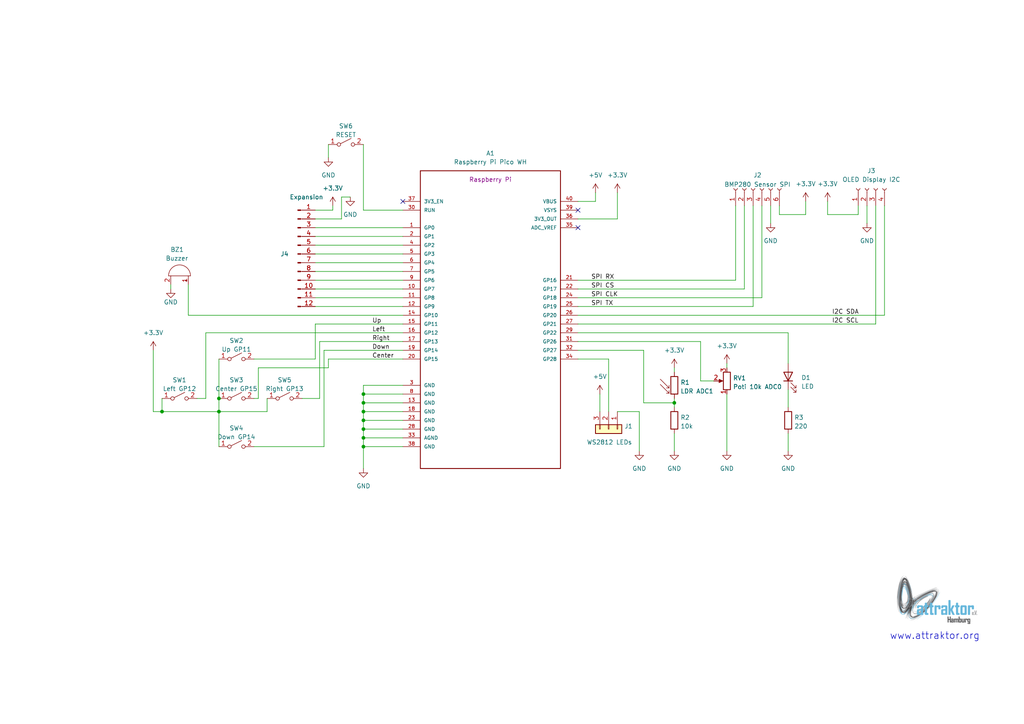
<source format=kicad_sch>
(kicad_sch (version 20230121) (generator eeschema)
  (paper "A4")
  (title_block (title "MicroPython Demoboard V1.0") (date "2023-11-06") (rev "1.0") (company "Attraktor e.V. - F. Hellmann"))
  (lib_symbols
    (symbol "Connector:Conn_01x04_Socket" (pin_names (offset 1.016) hide)
      (property "Reference" "J" (at 0 5.08 0))
      (property "Value" "Conn_01x04_Socket" (at 0 -7.62 0))
      (symbol "Conn_01x04_Socket_1_1"
        (arc (start 0 -4.572) (mid -0.5058 -5.08) (end 0 -5.588) (stroke (width 0.1524)))
        (arc (start 0 -2.032) (mid -0.5058 -2.54) (end 0 -3.048) (stroke (width 0.1524)))
        (polyline (pts (xy -1.27 -5.08) (xy -0.508 -5.08)) (stroke (width 0.1524)))
        (polyline (pts (xy -1.27 -2.54) (xy -0.508 -2.54)) (stroke (width 0.1524)))
        (polyline (pts (xy -1.27 0) (xy -0.508 0)) (stroke (width 0.1524)))
        (polyline (pts (xy -1.27 2.54) (xy -0.508 2.54)) (stroke (width 0.1524)))
        (arc (start 0 0.508) (mid -0.5058 0) (end 0 -0.508) (stroke (width 0.1524)))
        (arc (start 0 3.048) (mid -0.5058 2.54) (end 0 2.032) (stroke (width 0.1524)))
        (pin passive line (at -5.08 2.54 0) (length 3.81) (name "Pin_1") (number "1"))
        (pin passive line (at -5.08 0 0) (length 3.81) (name "Pin_2") (number "2"))
        (pin passive line (at -5.08 -2.54 0) (length 3.81) (name "Pin_3") (number "3"))
        (pin passive line (at -5.08 -5.08 0) (length 3.81) (name "Pin_4") (number "4"))
      )
    )
    (symbol "Connector:Conn_01x06_Socket" (pin_names (offset 1.016) hide)
      (property "Reference" "J" (at 0 7.62 0))
      (property "Value" "Conn_01x06_Socket" (at 0 -10.16 0))
      (symbol "Conn_01x06_Socket_1_1"
        (arc (start 0 -7.112) (mid -0.5058 -7.62) (end 0 -8.128) (stroke (width 0.1524)))
        (arc (start 0 -4.572) (mid -0.5058 -5.08) (end 0 -5.588) (stroke (width 0.1524)))
        (arc (start 0 -2.032) (mid -0.5058 -2.54) (end 0 -3.048) (stroke (width 0.1524)))
        (polyline (pts (xy -1.27 -7.62) (xy -0.508 -7.62)) (stroke (width 0.1524)))
        (polyline (pts (xy -1.27 -5.08) (xy -0.508 -5.08)) (stroke (width 0.1524)))
        (polyline (pts (xy -1.27 -2.54) (xy -0.508 -2.54)) (stroke (width 0.1524)))
        (polyline (pts (xy -1.27 0) (xy -0.508 0)) (stroke (width 0.1524)))
        (polyline (pts (xy -1.27 2.54) (xy -0.508 2.54)) (stroke (width 0.1524)))
        (polyline (pts (xy -1.27 5.08) (xy -0.508 5.08)) (stroke (width 0.1524)))
        (arc (start 0 0.508) (mid -0.5058 0) (end 0 -0.508) (stroke (width 0.1524)))
        (arc (start 0 3.048) (mid -0.5058 2.54) (end 0 2.032) (stroke (width 0.1524)))
        (arc (start 0 5.588) (mid -0.5058 5.08) (end 0 4.572) (stroke (width 0.1524)))
        (pin passive line (at -5.08 5.08 0) (length 3.81) (name "Pin_1") (number "1"))
        (pin passive line (at -5.08 2.54 0) (length 3.81) (name "Pin_2") (number "2"))
        (pin passive line (at -5.08 0 0) (length 3.81) (name "Pin_3") (number "3"))
        (pin passive line (at -5.08 -2.54 0) (length 3.81) (name "Pin_4") (number "4"))
        (pin passive line (at -5.08 -5.08 0) (length 3.81) (name "Pin_5") (number "5"))
        (pin passive line (at -5.08 -7.62 0) (length 3.81) (name "Pin_6") (number "6"))
      )
    )
    (symbol "Connector:Conn_01x12_Pin" (pin_names (offset 1.016) hide)
      (property "Reference" "J" (at 0 15.24 0))
      (property "Value" "Conn_01x12_Pin" (at 0 -17.78 0))
      (symbol "Conn_01x12_Pin_1_1"
        (polyline (pts (xy 1.27 -15.24) (xy 0.8636 -15.24)) (stroke (width 0.1524)))
        (polyline (pts (xy 1.27 -12.7) (xy 0.8636 -12.7)) (stroke (width 0.1524)))
        (polyline (pts (xy 1.27 -10.16) (xy 0.8636 -10.16)) (stroke (width 0.1524)))
        (polyline (pts (xy 1.27 -7.62) (xy 0.8636 -7.62)) (stroke (width 0.1524)))
        (polyline (pts (xy 1.27 -5.08) (xy 0.8636 -5.08)) (stroke (width 0.1524)))
        (polyline (pts (xy 1.27 -2.54) (xy 0.8636 -2.54)) (stroke (width 0.1524)))
        (polyline (pts (xy 1.27 0) (xy 0.8636 0)) (stroke (width 0.1524)))
        (polyline (pts (xy 1.27 2.54) (xy 0.8636 2.54)) (stroke (width 0.1524)))
        (polyline (pts (xy 1.27 5.08) (xy 0.8636 5.08)) (stroke (width 0.1524)))
        (polyline (pts (xy 1.27 7.62) (xy 0.8636 7.62)) (stroke (width 0.1524)))
        (polyline (pts (xy 1.27 10.16) (xy 0.8636 10.16)) (stroke (width 0.1524)))
        (polyline (pts (xy 1.27 12.7) (xy 0.8636 12.7)) (stroke (width 0.1524)))
        (rectangle (start 0.8636 -15.113) (end 0 -15.367) (stroke (width 0.1524)) (fill (type outline)))
        (rectangle (start 0.8636 -12.573) (end 0 -12.827) (stroke (width 0.1524)) (fill (type outline)))
        (rectangle (start 0.8636 -10.033) (end 0 -10.287) (stroke (width 0.1524)) (fill (type outline)))
        (rectangle (start 0.8636 -7.493) (end 0 -7.747) (stroke (width 0.1524)) (fill (type outline)))
        (rectangle (start 0.8636 -4.953) (end 0 -5.207) (stroke (width 0.1524)) (fill (type outline)))
        (rectangle (start 0.8636 -2.413) (end 0 -2.667) (stroke (width 0.1524)) (fill (type outline)))
        (rectangle (start 0.8636 0.127) (end 0 -0.127) (stroke (width 0.1524)) (fill (type outline)))
        (rectangle (start 0.8636 2.667) (end 0 2.413) (stroke (width 0.1524)) (fill (type outline)))
        (rectangle (start 0.8636 5.207) (end 0 4.953) (stroke (width 0.1524)) (fill (type outline)))
        (rectangle (start 0.8636 7.747) (end 0 7.493) (stroke (width 0.1524)) (fill (type outline)))
        (rectangle (start 0.8636 10.287) (end 0 10.033) (stroke (width 0.1524)) (fill (type outline)))
        (rectangle (start 0.8636 12.827) (end 0 12.573) (stroke (width 0.1524)) (fill (type outline)))
        (pin passive line (at 5.08 12.7 180) (length 3.81) (name "Pin_1") (number "1"))
        (pin passive line (at 5.08 -10.16 180) (length 3.81) (name "Pin_10") (number "10"))
        (pin passive line (at 5.08 -12.7 180) (length 3.81) (name "Pin_11") (number "11"))
        (pin passive line (at 5.08 -15.24 180) (length 3.81) (name "Pin_12") (number "12"))
        (pin passive line (at 5.08 10.16 180) (length 3.81) (name "Pin_2") (number "2"))
        (pin passive line (at 5.08 7.62 180) (length 3.81) (name "Pin_3") (number "3"))
        (pin passive line (at 5.08 5.08 180) (length 3.81) (name "Pin_4") (number "4"))
        (pin passive line (at 5.08 2.54 180) (length 3.81) (name "Pin_5") (number "5"))
        (pin passive line (at 5.08 0 180) (length 3.81) (name "Pin_6") (number "6"))
        (pin passive line (at 5.08 -2.54 180) (length 3.81) (name "Pin_7") (number "7"))
        (pin passive line (at 5.08 -5.08 180) (length 3.81) (name "Pin_8") (number "8"))
        (pin passive line (at 5.08 -7.62 180) (length 3.81) (name "Pin_9") (number "9"))
      )
    )
    (symbol "Connector_Generic:Conn_01x03" (pin_names (offset 1.016) hide)
      (property "Reference" "J" (at 0 5.08 0))
      (property "Value" "Conn_01x03" (at 0 -5.08 0))
      (symbol "Conn_01x03_1_1"
        (rectangle (start -1.27 -2.413) (end 0 -2.667) (stroke (width 0.1524)))
        (rectangle (start -1.27 0.127) (end 0 -0.127) (stroke (width 0.1524)))
        (rectangle (start -1.27 2.667) (end 0 2.413) (stroke (width 0.1524)))
        (rectangle (start -1.27 3.81) (end 1.27 -3.81) (stroke (width 0.254)) (fill (type background)))
        (pin passive line (at -5.08 2.54 0) (length 3.81) (name "Pin_1") (number "1"))
        (pin passive line (at -5.08 0 0) (length 3.81) (name "Pin_2") (number "2"))
        (pin passive line (at -5.08 -2.54 0) (length 3.81) (name "Pin_3") (number "3"))
      )
    )
    (symbol "Device:Buzzer" (pin_names (offset 0.0254) hide)
      (property "Reference" "BZ" (at 3.81 1.27 0))
      (property "Value" "Buzzer" (at 3.81 -1.27 0))
      (symbol "Buzzer_0_1"
        (arc (start 0 -3.175) (mid 3.1612 0) (end 0 3.175))
        (polyline (pts (xy -1.651 1.905) (xy -1.143 1.905)))
        (polyline (pts (xy -1.397 2.159) (xy -1.397 1.651)))
        (polyline (pts (xy 0 3.175) (xy 0 -3.175)))
      )
      (symbol "Buzzer_1_1"
        (pin passive line (at -2.54 2.54 0) (length 2.54) (name "-") (number "1"))
        (pin passive line (at -2.54 -2.54 0) (length 2.54) (name "+") (number "2"))
      )
    )
    (symbol "Device:LED" (pin_numbers hide) (pin_names (offset 1.016) hide)
      (property "Reference" "D" (at 0 2.54 0))
      (property "Value" "LED" (at 0 -2.54 0))
      (symbol "LED_0_1"
        (polyline (pts (xy -1.27 -1.27) (xy -1.27 1.27)) (stroke (width 0.254)))
        (polyline (pts (xy -1.27 0) (xy 1.27 0)))
        (polyline (pts (xy 1.27 -1.27) (xy 1.27 1.27) (xy -1.27 0) (xy 1.27 -1.27)) (stroke (width 0.254)))
        (polyline (pts (xy -3.048 -0.762) (xy -4.572 -2.286) (xy -3.81 -2.286) (xy -4.572 -2.286) (xy -4.572 -1.524)))
        (polyline (pts (xy -1.778 -0.762) (xy -3.302 -2.286) (xy -2.54 -2.286) (xy -3.302 -2.286) (xy -3.302 -1.524)))
      )
      (symbol "LED_1_1"
        (pin passive line (at -3.81 0 0) (length 2.54) (name "K") (number "1"))
        (pin passive line (at 3.81 0 180) (length 2.54) (name "A") (number "2"))
      )
    )
    (symbol "Device:R" (pin_numbers hide) (pin_names (offset 0))
      (property "Reference" "R" (at 2.032 0 90))
      (property "Value" "R" (at 0 0 90))
      (symbol "R_0_1"
        (rectangle (start -1.016 -2.54) (end 1.016 2.54) (stroke (width 0.254)))
      )
      (symbol "R_1_1"
        (pin passive line (at 0 3.81 270) (length 1.27) (name "~") (number "1"))
        (pin passive line (at 0 -3.81 90) (length 1.27) (name "~") (number "2"))
      )
    )
    (symbol "Device:R_Photo" (pin_numbers hide) (pin_names (offset 0))
      (property "Reference" "R" (at 1.27 1.27 0))
      (property "Value" "R_Photo" (at 1.27 0 0))
      (symbol "R_Photo_0_1"
        (rectangle (start -1.016 2.54) (end 1.016 -2.54) (stroke (width 0.254)))
        (polyline (pts (xy -1.524 -2.286) (xy -4.064 0.254)))
        (polyline (pts (xy -1.524 -2.286) (xy -2.286 -2.286)))
        (polyline (pts (xy -1.524 -2.286) (xy -1.524 -1.524)))
        (polyline (pts (xy -1.524 -0.762) (xy -4.064 1.778)))
        (polyline (pts (xy -1.524 -0.762) (xy -2.286 -0.762)))
        (polyline (pts (xy -1.524 -0.762) (xy -1.524 0)))
      )
      (symbol "R_Photo_1_1"
        (pin passive line (at 0 3.81 270) (length 1.27) (name "~") (number "1"))
        (pin passive line (at 0 -3.81 90) (length 1.27) (name "~") (number "2"))
      )
    )
    (symbol "Device:R_Potentiometer" (pin_names (offset 1.016) hide)
      (property "Reference" "RV" (at -4.445 0 90))
      (property "Value" "R_Potentiometer" (at -2.54 0 90))
      (symbol "R_Potentiometer_0_1"
        (polyline (pts (xy 2.54 0) (xy 1.524 0)))
        (polyline (pts (xy 1.143 0) (xy 2.286 0.508) (xy 2.286 -0.508) (xy 1.143 0)) (fill (type outline)))
        (rectangle (start 1.016 2.54) (end -1.016 -2.54) (stroke (width 0.254)))
      )
      (symbol "R_Potentiometer_1_1"
        (pin passive line (at 0 3.81 270) (length 1.27) (name "1") (number "1"))
        (pin passive line (at 3.81 0 180) (length 1.27) (name "2") (number "2"))
        (pin passive line (at 0 -3.81 90) (length 1.27) (name "3") (number "3"))
      )
    )
    (symbol "Raspberry_Pi_Pico_W_SC0918:SC0918" (pin_names (offset 1.016))
      (property "Reference" "A1" (at 0 58.42 0))
      (property "Value" "SC0918" (at 0 55.88 0))
      (property "Footprint" "Raspberry Pi:MODULE_SC0918" (at -12.7 -46.99 0))
      (property "manufacturer" "Raspberry Pi" (at 0 53.34 0))
      (symbol "SC0918_0_0"
        (rectangle (start -20.32 -43.18) (end 20.32 43.18) (stroke (width 0.254)))
        (pin bidirectional line (at -25.4 26.67 0) (length 5.08) (name "GP0") (number "1"))
        (pin bidirectional line (at -25.4 8.89 0) (length 5.08) (name "GP7") (number "10"))
        (pin bidirectional line (at -25.4 6.35 0) (length 5.08) (name "GP8") (number "11"))
        (pin bidirectional line (at -25.4 3.81 0) (length 5.08) (name "GP9") (number "12"))
        (pin power_in line (at -25.4 -24.13 0) (length 5.08) (name "GND") (number "13"))
        (pin bidirectional line (at -25.4 1.27 0) (length 5.08) (name "GP10") (number "14"))
        (pin bidirectional line (at -25.4 -1.27 0) (length 5.08) (name "GP11") (number "15"))
        (pin bidirectional line (at -25.4 -3.81 0) (length 5.08) (name "GP12") (number "16"))
        (pin bidirectional line (at -25.4 -6.35 0) (length 5.08) (name "GP13") (number "17"))
        (pin power_in line (at -25.4 -26.67 0) (length 5.08) (name "GND") (number "18"))
        (pin bidirectional line (at -25.4 -8.89 0) (length 5.08) (name "GP14") (number "19"))
        (pin bidirectional line (at -25.4 24.13 0) (length 5.08) (name "GP1") (number "2"))
        (pin bidirectional line (at -25.4 -11.43 0) (length 5.08) (name "GP15") (number "20"))
        (pin bidirectional line (at 25.4 11.43 180) (length 5.08) (name "GP16") (number "21"))
        (pin bidirectional line (at 25.4 8.89 180) (length 5.08) (name "GP17") (number "22"))
        (pin power_in line (at -25.4 -29.21 0) (length 5.08) (name "GND") (number "23"))
        (pin bidirectional line (at 25.4 6.35 180) (length 5.08) (name "GP18") (number "24"))
        (pin bidirectional line (at 25.4 3.81 180) (length 5.08) (name "GP19") (number "25"))
        (pin bidirectional line (at 25.4 1.27 180) (length 5.08) (name "GP20") (number "26"))
        (pin bidirectional line (at 25.4 -1.27 180) (length 5.08) (name "GP21") (number "27"))
        (pin power_in line (at -25.4 -31.75 0) (length 5.08) (name "GND") (number "28"))
        (pin bidirectional line (at 25.4 -3.81 180) (length 5.08) (name "GP22") (number "29"))
        (pin power_in line (at -25.4 -19.05 0) (length 5.08) (name "GND") (number "3"))
        (pin input line (at -25.4 31.75 0) (length 5.08) (name "RUN") (number "30"))
        (pin bidirectional line (at 25.4 -6.35 180) (length 5.08) (name "GP26") (number "31"))
        (pin bidirectional line (at 25.4 -8.89 180) (length 5.08) (name "GP27") (number "32"))
        (pin power_in line (at -25.4 -34.29 0) (length 5.08) (name "AGND") (number "33"))
        (pin bidirectional line (at 25.4 -11.43 180) (length 5.08) (name "GP28") (number "34"))
        (pin power_in line (at 25.4 26.67 180) (length 5.08) (name "ADC_VREF") (number "35"))
        (pin power_in line (at 25.4 29.21 180) (length 5.08) (name "3V3_OUT") (number "36"))
        (pin input line (at -25.4 34.29 0) (length 5.08) (name "3V3_EN") (number "37"))
        (pin power_in line (at -25.4 -36.83 0) (length 5.08) (name "GND") (number "38"))
        (pin free line (at 25.4 31.75 180) (length 5.08) (name "VSYS") (number "39"))
        (pin bidirectional line (at -25.4 21.59 0) (length 5.08) (name "GP2") (number "4"))
        (pin free line (at 25.4 34.29 180) (length 5.08) (name "VBUS") (number "40"))
        (pin bidirectional line (at -25.4 19.05 0) (length 5.08) (name "GP3") (number "5"))
        (pin bidirectional line (at -25.4 16.51 0) (length 5.08) (name "GP4") (number "6"))
        (pin bidirectional line (at -25.4 13.97 0) (length 5.08) (name "GP5") (number "7"))
        (pin power_in line (at -25.4 -21.59 0) (length 5.08) (name "GND") (number "8"))
        (pin bidirectional line (at -25.4 11.43 0) (length 5.08) (name "GP6") (number "9"))
      )
    )
    (symbol "Switch:SW_SPST" (pin_names (offset 0) hide)
      (property "Reference" "SW" (at 0 3.175 0))
      (property "Value" "SW_SPST" (at 0 -2.54 0))
      (symbol "SW_SPST_0_0"
        (circle (center -2.032 0) (radius 0.508))
        (polyline (pts (xy -1.524 0.254) (xy 1.524 1.778)))
        (circle (center 2.032 0) (radius 0.508))
      )
      (symbol "SW_SPST_1_1"
        (pin passive line (at -5.08 0 0) (length 2.54) (name "A") (number "1"))
        (pin passive line (at 5.08 0 180) (length 2.54) (name "B") (number "2"))
      )
    )
    (symbol "power:+3.3V" (power) (pin_names (offset 0))
      (property "Value" "+3.3V" (at 0 3.556 0))
      (symbol "+3.3V_0_1"
        (polyline (pts (xy -0.762 1.27) (xy 0 2.54)))
        (polyline (pts (xy 0 0) (xy 0 2.54)))
        (polyline (pts (xy 0 2.54) (xy 0.762 1.27)))
      )
      (symbol "+3.3V_1_1"
        (pin power_in line (at 0 0 90) (length 0) hide (name "+3.3V") (number "1"))
      )
    )
    (symbol "power:+5V" (power) (pin_names (offset 0))
      (property "Value" "+5V" (at 0 3.556 0))
      (symbol "+5V_0_1"
        (polyline (pts (xy -0.762 1.27) (xy 0 2.54)))
        (polyline (pts (xy 0 0) (xy 0 2.54)))
        (polyline (pts (xy 0 2.54) (xy 0.762 1.27)))
      )
      (symbol "+5V_1_1"
        (pin power_in line (at 0 0 90) (length 0) hide (name "+5V") (number "1"))
      )
    )
    (symbol "power:GND" (power) (pin_names (offset 0))
      (property "Value" "GND" (at 0 -3.81 0))
      (symbol "GND_0_1"
        (polyline (pts (xy 0 0) (xy 0 -1.27) (xy 1.27 -1.27) (xy 0 -2.54) (xy -1.27 -1.27) (xy 0 -1.27)))
      )
      (symbol "GND_1_1"
        (pin power_in line (at 0 0 270) (length 0) hide (name "GND") (number "1"))
      )
    )
  )
  (junction (at 63.5 115.57))
  (junction (at 63.5 119.38))
  (junction (at 46.99 119.38))
  (junction (at 105.41 121.92))
  (junction (at 105.41 124.46))
  (junction (at 105.41 116.84))
  (junction (at 105.41 119.38))
  (junction (at 105.41 114.3))
  (junction (at 105.41 129.54))
  (junction (at 105.41 127))
  (junction (at 195.58 116.84))
  (no_connect (at 116.84 58.42))
  (no_connect (at 167.64 66.04))
  (no_connect (at 167.64 60.96))
  (wire (pts (xy 167.64 96.52) (xy 228.6 96.52)))
  (wire (pts (xy 215.9 59.69) (xy 215.9 83.82)))
  (wire (pts (xy 105.41 116.84) (xy 116.84 116.84)))
  (wire (pts (xy 63.5 119.38) (xy 63.5 129.54)))
  (wire (pts (xy 226.06 59.69) (xy 226.06 62.23)))
  (wire (pts (xy 96.52 59.69) (xy 96.52 60.96)))
  (wire (pts (xy 203.2 99.06) (xy 203.2 110.49)))
  (wire (pts (xy 105.41 119.38) (xy 116.84 119.38)))
  (wire (pts (xy 91.44 86.36) (xy 116.84 86.36)))
  (wire (pts (xy 254 93.98) (xy 254 59.69)))
  (wire (pts (xy 91.44 83.82) (xy 116.84 83.82)))
  (wire (pts (xy 105.41 124.46) (xy 105.41 127)))
  (wire (pts (xy 195.58 116.84) (xy 186.69 116.84)))
  (wire (pts (xy 73.66 115.57) (xy 74.93 115.57)))
  (wire (pts (xy 251.46 59.69) (xy 251.46 64.77)))
  (wire (pts (xy 228.6 113.03) (xy 228.6 118.11)))
  (wire (pts (xy 186.69 116.84) (xy 186.69 101.6)))
  (wire (pts (xy 101.6 57.15) (xy 99.06 57.15)))
  (wire (pts (xy 91.44 88.9) (xy 116.84 88.9)))
  (wire (pts (xy 167.64 104.14) (xy 176.53 104.14)))
  (wire (pts (xy 95.25 106.68) (xy 95.25 104.14)))
  (wire (pts (xy 167.64 88.9) (xy 218.44 88.9)))
  (wire (pts (xy 91.44 71.12) (xy 116.84 71.12)))
  (wire (pts (xy 185.42 130.81) (xy 185.42 119.38)))
  (wire (pts (xy 54.61 91.44) (xy 54.61 82.55)))
  (wire (pts (xy 105.41 129.54) (xy 105.41 135.89)))
  (wire (pts (xy 105.41 116.84) (xy 105.41 114.3)))
  (wire (pts (xy 240.03 62.23) (xy 248.92 62.23)))
  (wire (pts (xy 91.44 66.04) (xy 116.84 66.04)))
  (wire (pts (xy 167.64 86.36) (xy 220.98 86.36)))
  (wire (pts (xy 93.98 129.54) (xy 73.66 129.54)))
  (wire (pts (xy 105.41 41.91) (xy 105.41 60.96)))
  (wire (pts (xy 176.53 104.14) (xy 176.53 119.38)))
  (wire (pts (xy 210.82 114.3) (xy 210.82 130.81)))
  (wire (pts (xy 74.93 115.57) (xy 74.93 106.68)))
  (wire (pts (xy 74.93 106.68) (xy 95.25 106.68)))
  (wire (pts (xy 91.44 81.28) (xy 116.84 81.28)))
  (wire (pts (xy 105.41 114.3) (xy 105.41 111.76)))
  (wire (pts (xy 54.61 91.44) (xy 116.84 91.44)))
  (wire (pts (xy 105.41 114.3) (xy 116.84 114.3)))
  (wire (pts (xy 167.64 93.98) (xy 254 93.98)))
  (wire (pts (xy 195.58 116.84) (xy 195.58 118.11)))
  (wire (pts (xy 96.52 60.96) (xy 91.44 60.96)))
  (wire (pts (xy 46.99 115.57) (xy 46.99 119.38)))
  (wire (pts (xy 213.36 81.28) (xy 213.36 59.69)))
  (wire (pts (xy 256.54 91.44) (xy 256.54 59.69)))
  (wire (pts (xy 95.25 41.91) (xy 95.25 45.72)))
  (wire (pts (xy 44.45 101.6) (xy 44.45 119.38)))
  (wire (pts (xy 73.66 104.14) (xy 91.44 104.14)))
  (wire (pts (xy 167.64 81.28) (xy 213.36 81.28)))
  (wire (pts (xy 91.44 93.98) (xy 116.84 93.98)))
  (wire (pts (xy 210.82 105.41) (xy 210.82 106.68)))
  (wire (pts (xy 105.41 127) (xy 105.41 129.54)))
  (wire (pts (xy 226.06 62.23) (xy 233.68 62.23)))
  (wire (pts (xy 228.6 96.52) (xy 228.6 105.41)))
  (wire (pts (xy 223.52 59.69) (xy 223.52 64.77)))
  (wire (pts (xy 91.44 68.58) (xy 116.84 68.58)))
  (wire (pts (xy 116.84 99.06) (xy 92.71 99.06)))
  (wire (pts (xy 49.53 82.55) (xy 49.53 83.82)))
  (wire (pts (xy 91.44 76.2) (xy 116.84 76.2)))
  (wire (pts (xy 92.71 99.06) (xy 92.71 115.57)))
  (wire (pts (xy 195.58 106.68) (xy 195.58 107.95)))
  (wire (pts (xy 105.41 119.38) (xy 105.41 116.84)))
  (wire (pts (xy 46.99 119.38) (xy 63.5 119.38)))
  (wire (pts (xy 220.98 86.36) (xy 220.98 59.69)))
  (wire (pts (xy 105.41 124.46) (xy 116.84 124.46)))
  (wire (pts (xy 105.41 129.54) (xy 116.84 129.54)))
  (wire (pts (xy 218.44 88.9) (xy 218.44 59.69)))
  (wire (pts (xy 248.92 62.23) (xy 248.92 59.69)))
  (wire (pts (xy 228.6 125.73) (xy 228.6 130.81)))
  (wire (pts (xy 179.07 63.5) (xy 167.64 63.5)))
  (wire (pts (xy 195.58 115.57) (xy 195.58 116.84)))
  (wire (pts (xy 59.69 96.52) (xy 116.84 96.52)))
  (wire (pts (xy 167.64 83.82) (xy 215.9 83.82)))
  (wire (pts (xy 57.15 115.57) (xy 59.69 115.57)))
  (wire (pts (xy 91.44 78.74) (xy 116.84 78.74)))
  (wire (pts (xy 233.68 62.23) (xy 233.68 58.42)))
  (wire (pts (xy 105.41 121.92) (xy 105.41 124.46)))
  (wire (pts (xy 186.69 101.6) (xy 167.64 101.6)))
  (wire (pts (xy 105.41 127) (xy 116.84 127)))
  (wire (pts (xy 99.06 57.15) (xy 99.06 63.5)))
  (wire (pts (xy 63.5 115.57) (xy 63.5 119.38)))
  (wire (pts (xy 173.99 114.3) (xy 173.99 119.38)))
  (wire (pts (xy 99.06 63.5) (xy 91.44 63.5)))
  (wire (pts (xy 167.64 58.42) (xy 172.72 58.42)))
  (wire (pts (xy 105.41 119.38) (xy 105.41 121.92)))
  (wire (pts (xy 59.69 115.57) (xy 59.69 96.52)))
  (wire (pts (xy 172.72 58.42) (xy 172.72 55.88)))
  (wire (pts (xy 167.64 91.44) (xy 256.54 91.44)))
  (wire (pts (xy 91.44 93.98) (xy 91.44 104.14)))
  (wire (pts (xy 91.44 73.66) (xy 116.84 73.66)))
  (wire (pts (xy 105.41 60.96) (xy 116.84 60.96)))
  (wire (pts (xy 63.5 104.14) (xy 63.5 115.57)))
  (wire (pts (xy 203.2 110.49) (xy 207.01 110.49)))
  (wire (pts (xy 63.5 119.38) (xy 77.47 119.38)))
  (wire (pts (xy 240.03 58.42) (xy 240.03 62.23)))
  (wire (pts (xy 179.07 55.88) (xy 179.07 63.5)))
  (wire (pts (xy 105.41 111.76) (xy 116.84 111.76)))
  (wire (pts (xy 93.98 101.6) (xy 93.98 129.54)))
  (wire (pts (xy 116.84 101.6) (xy 93.98 101.6)))
  (wire (pts (xy 77.47 115.57) (xy 77.47 119.38)))
  (wire (pts (xy 44.45 119.38) (xy 46.99 119.38)))
  (wire (pts (xy 195.58 125.73) (xy 195.58 130.81)))
  (wire (pts (xy 92.71 115.57) (xy 87.63 115.57)))
  (wire (pts (xy 105.41 121.92) (xy 116.84 121.92)))
  (wire (pts (xy 179.07 119.38) (xy 185.42 119.38)))
  (wire (pts (xy 167.64 99.06) (xy 203.2 99.06)))
  (wire (pts (xy 95.25 104.14) (xy 116.84 104.14)))
  (image (at 271.78 173.99) (scale 0.343752))
  (text_box "www.attraktor.org" (at 256.54 181.61 0) (size 0 0) (stroke (width -0.0001) (color 2 23 255 0.66)) (effects (font (size 2 2)) (justify left top)))
  (label "SPI CLK" (at 171.45 86.36 0))
  (label "SPI TX" (at 171.45 88.9 0))
  (label "I2C SCL" (at 241.3 93.98 0))
  (label "Right" (at 107.95 99.06 0))
  (label "Left" (at 107.95 96.52 0))
  (label "I2C SDA" (at 241.3 91.44 0))
  (label "SPI CS" (at 171.45 83.82 0))
  (label "Down" (at 107.95 101.6 0))
  (label "SPI RX" (at 171.45 81.28 0))
  (label "Center" (at 107.95 104.14 0))
  (label "Up" (at 107.95 93.98 0))
  (symbol (lib_id "power:GND") (at 101.6 57.15 0) (unit 1)
    (property "Reference" "#PWR02" (effects hide))
    (property "Value" "GND" (at 101.6 62.23 0))
  )
  (symbol (lib_id "power:+3.3V") (at 210.82 105.41 0) (unit 1)
    (property "Reference" "#PWR0108" (effects hide))
    (property "Value" "+3.3V" (at 210.82 100.33 0))
  )
  (symbol (lib_id "power:+3.3V") (at 44.45 101.6 0) (unit 1)
    (property "Reference" "#PWR0109" (effects hide))
    (property "Value" "+3.3V" (at 44.45 96.52 0))
  )
  (symbol (lib_id "power:+3.3V") (at 233.68 58.42 0) (unit 1)
    (property "Reference" "#PWR0105" (effects hide))
    (property "Value" "+3.3V" (at 233.68 53.34 0))
  )
  (symbol (lib_id "power:GND") (at 228.6 130.81 0) (unit 1)
    (property "Reference" "#PWR0115" (effects hide))
    (property "Value" "GND" (at 228.6 135.89 0))
  )
  (symbol (lib_id "power:GND") (at 105.41 135.89 0) (unit 1)
    (property "Reference" "#PWR0101" (effects hide))
    (property "Value" "GND" (at 105.41 140.97 0))
  )
  (symbol (lib_id "power:GND") (at 185.42 130.81 0) (unit 1)
    (property "Reference" "#PWR0113" (effects hide))
    (property "Value" "GND" (at 185.42 135.89 0))
  )
  (symbol (lib_id "power:GND") (at 95.25 45.72 0) (unit 1)
    (property "Reference" "#PWR0116" (effects hide))
    (property "Value" "GND" (at 95.25 50.8 0))
  )
  (symbol (lib_id "Raspberry_Pi_Pico_W_SC0918:SC0918") (at 142.24 92.71 0) (unit 1)
    (property "Reference" "A1" (at 142.24 44.45 0))
    (property "Value" "Raspberry Pi Pico WH" (at 142.24 46.99 0))
    (property "Footprint" "footprints:Raspberry_Pi_Pico_W_SC0918" (effects hide))
    (property "Datasheet" "https://datasheets.raspberrypi.com/picow/pico-w-datasheet.pdf" (effects hide))
    (property "manufacturer" "Raspberry Pi" (at 142.24 52.07 0))
    (property "P/N" "SC0918" (effects hide))
    (property "PARTREV" "1.6" (effects hide))
    (property "MAXIMUM_PACKAGE_HEIGHT" "3.73mm" (effects hide))
  )
  (symbol (lib_id "power:GND") (at 210.82 130.81 0) (unit 1)
    (property "Reference" "#PWR0114" (effects hide))
    (property "Value" "GND" (at 210.82 135.89 0))
  )
  (symbol (lib_id "Switch:SW_SPST") (at 68.58 104.14 0) (unit 1)
    (property "Reference" "SW2" (at 68.58 98.7892 0))
    (property "Value" "Up GP11" (at 68.58 101.3261 0))
    (property "Footprint" "Button_Switch_THT:SW_PUSH_6mm_H7.3mm" (effects hide))
  )
  (symbol (lib_id "Device:LED") (at 228.6 109.22 90) (unit 1)
    (property "Reference" "D1" (at 232.41 109.5375 90) (effects (justify right)))
    (property "Value" "LED" (at 232.41 112.0775 90) (effects (justify right)))
    (property "Footprint" "LED_THT:LED_D5.0mm" (effects hide))
  )
  (symbol (lib_id "power:+5V") (at 173.99 114.3 0) (unit 1)
    (property "Reference" "#PWR0111" (effects hide))
    (property "Value" "+5V" (at 173.99 109.22 0))
  )
  (symbol (lib_id "Connector:Conn_01x06_Socket") (at 218.44 54.61 90) (unit 1)
    (property "Reference" "J2" (at 219.71 50.8 90))
    (property "Value" "BMP280 Sensor SPI" (at 219.71 53.4979 90))
    (property "Footprint" "Connector_PinSocket_2.54mm:PinSocket_1x06_P2.54mm_Vertical" (effects hide))
  )
  (symbol (lib_id "Device:R") (at 195.58 121.92 0) (unit 1)
    (property "Reference" "R2" (at 197.358 121.0853 0) (effects (justify left)))
    (property "Value" "10k" (at 197.358 123.6222 0) (effects (justify left)))
    (property "Footprint" "Resistor_THT:R_Axial_DIN0207_L6.3mm_D2.5mm_P10.16mm_Horizontal" (effects hide))
  )
  (symbol (lib_id "power:+3.3V") (at 240.03 58.42 0) (unit 1)
    (property "Reference" "#PWR0107" (effects hide))
    (property "Value" "+3.3V" (at 240.03 53.34 0))
  )
  (symbol (lib_id "Switch:SW_SPST") (at 68.58 115.57 0) (unit 1)
    (property "Reference" "SW3" (at 68.58 110.2192 0))
    (property "Value" "Center GP15" (at 68.58 112.7561 0))
    (property "Footprint" "Button_Switch_THT:SW_PUSH_6mm_H7.3mm" (effects hide))
  )
  (symbol (lib_id "Device:R_Photo") (at 195.58 111.76 0) (unit 1)
    (property "Reference" "R1" (at 197.358 110.9253 0) (effects (justify left)))
    (property "Value" "LDR ADC1" (at 197.358 113.4622 0) (effects (justify left)))
    (property "Footprint" "OptoDevice:R_LDR_5.1x4.3mm_P3.4mm_Vertical" (effects hide))
  )
  (symbol (lib_id "power:GND") (at 251.46 64.77 0) (unit 1)
    (property "Reference" "#PWR0106" (effects hide))
    (property "Value" "GND" (at 251.46 69.85 0))
  )
  (symbol (lib_id "Switch:SW_SPST") (at 68.58 129.54 0) (unit 1)
    (property "Reference" "SW4" (at 68.58 124.1892 0))
    (property "Value" "Down GP14" (at 68.58 126.7261 0))
    (property "Footprint" "Button_Switch_THT:SW_PUSH_6mm_H7.3mm" (effects hide))
  )
  (symbol (lib_id "Connector:Conn_01x04_Socket") (at 251.46 54.61 90) (unit 1)
    (property "Reference" "J3" (at 252.73 49.53 90))
    (property "Value" "OLED Display I2C" (at 252.73 52.07 90))
    (property "Footprint" "Connector_PinSocket_2.54mm:PinSocket_1x04_P2.54mm_Vertical" (effects hide))
  )
  (symbol (lib_id "Switch:SW_SPST") (at 82.55 115.57 0) (unit 1)
    (property "Reference" "SW5" (at 82.55 110.2192 0))
    (property "Value" "Right GP13" (at 82.55 112.7561 0))
    (property "Footprint" "Button_Switch_THT:SW_PUSH_6mm_H7.3mm" (effects hide))
  )
  (symbol (lib_id "power:GND") (at 223.52 64.77 0) (unit 1)
    (property "Reference" "#PWR0104" (effects hide))
    (property "Value" "GND" (at 223.52 69.85 0))
  )
  (symbol (lib_id "power:GND") (at 49.53 83.82 0) (unit 1)
    (property "Reference" "#PWR0117" (effects hide))
    (property "Value" "GND" (at 49.53 87.63 0))
  )
  (symbol (lib_id "power:+3.3V") (at 96.52 59.69 0) (unit 1)
    (property "Reference" "#PWR01" (effects hide))
    (property "Value" "+3.3V" (at 96.52 54.61 0))
  )
  (symbol (lib_id "power:+3.3V") (at 179.07 55.88 0) (unit 1)
    (property "Reference" "#PWR0102" (effects hide))
    (property "Value" "+3.3V" (at 179.07 50.8 0))
  )
  (symbol (lib_id "power:GND") (at 195.58 130.81 0) (unit 1)
    (property "Reference" "#PWR0112" (effects hide))
    (property "Value" "GND" (at 195.58 135.89 0))
  )
  (symbol (lib_id "Connector:Conn_01x12_Pin") (at 86.36 73.66 0) (unit 1)
    (property "Reference" "J4" (at 82.55 73.66 0))
    (property "Value" "Expansion" (at 88.9 57.15 0))
    (property "Footprint" "Connector_PinHeader_2.54mm:PinHeader_1x12_P2.54mm_Vertical" (effects hide))
  )
  (symbol (lib_id "power:+3.3V") (at 195.58 106.68 0) (unit 1)
    (property "Reference" "#PWR0110" (effects hide))
    (property "Value" "+3.3V" (at 195.58 101.6 0))
  )
  (symbol (lib_id "Device:R_Potentiometer") (at 210.82 110.49 180) (unit 1)
    (property "Reference" "RV1" (at 212.598 109.6553 0) (effects (justify right)))
    (property "Value" "Poti 10k ADC0" (at 212.598 112.1922 0) (effects (justify right)))
    (property "Footprint" "Potentiometer_THT:Potentiometer_Bourns_3386P_Vertical" (effects hide))
  )
  (symbol (lib_id "Device:R") (at 228.6 121.92 0) (unit 1)
    (property "Reference" "R3" (at 230.378 121.0853 0) (effects (justify left)))
    (property "Value" "220" (at 230.378 123.6222 0) (effects (justify left)))
    (property "Footprint" "Resistor_THT:R_Axial_DIN0207_L6.3mm_D2.5mm_P10.16mm_Horizontal" (effects hide))
  )
  (symbol (lib_id "Switch:SW_SPST") (at 100.33 41.91 0) (unit 1)
    (property "Reference" "SW6" (at 100.33 36.5592 0))
    (property "Value" "RESET" (at 100.33 39.0961 0))
    (property "Footprint" "Button_Switch_THT:SW_PUSH_6mm_H7.3mm" (effects hide))
  )
  (symbol (lib_id "power:+5V") (at 172.72 55.88 0) (unit 1)
    (property "Reference" "#PWR0103" (effects hide))
    (property "Value" "+5V" (at 172.72 50.8 0))
  )
  (symbol (lib_id "Switch:SW_SPST") (at 52.07 115.57 0) (unit 1)
    (property "Reference" "SW1" (at 52.07 110.2192 0))
    (property "Value" "Left GP12" (at 52.07 112.7561 0))
    (property "Footprint" "Button_Switch_THT:SW_PUSH_6mm_H7.3mm" (effects hide))
  )
  (symbol (lib_id "Connector_Generic:Conn_01x03") (at 176.53 124.46 270) (unit 1)
    (property "Reference" "J1" (at 181.102 123.6253 90) (effects (justify left)))
    (property "Value" "WS2812 LEDs" (at 170.18 128.27 90) (effects (justify left)))
    (property "Footprint" "Connector_PinHeader_2.54mm:PinHeader_1x03_P2.54mm_Vertical" (effects hide))
  )
  (symbol (lib_id "Device:Buzzer") (at 52.07 80.01 270) (mirror x) (unit 1)
    (property "Reference" "BZ1" (at 53.34 72.39 90) (effects (justify right)))
    (property "Value" "Buzzer" (at 54.61 74.93 90) (effects (justify right)))
    (property "Footprint" "Buzzer_Beeper:Buzzer_TDK_PS1240P02BT_D12.2mm_H6.5mm" (effects hide))
  )
)
</source>
